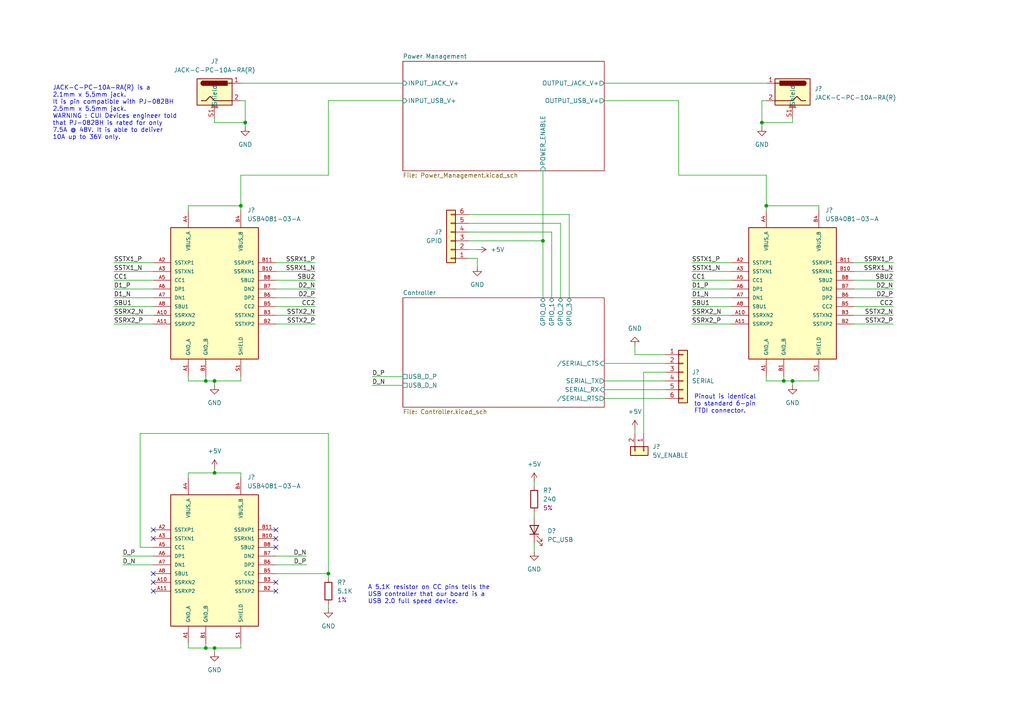
<source format=kicad_sch>
(kicad_sch (version 20230121) (generator eeschema)
  (paper "A4")
  (title_block (title "uCIme Lite main page") (date "2023-03-27") (company "(C) BayLibre"))
  (lib_symbols
    (symbol "Connector_Generic:Conn_01x02" (pin_names (offset 1.016) hide)
      (property "Reference" "J" (at 0 2.54 0))
      (property "Value" "Conn_01x02" (at 0 -5.08 0))
      (symbol "Conn_01x02_1_1"
        (rectangle (start -1.27 -2.413) (end 0 -2.667) (stroke (width 0.1524)))
        (rectangle (start -1.27 0.127) (end 0 -0.127) (stroke (width 0.1524)))
        (rectangle (start -1.27 1.27) (end 1.27 -3.81) (stroke (width 0.254)) (fill (type background)))
        (pin passive line (at -5.08 0 0) (length 3.81) (name "Pin_1") (number "1"))
        (pin passive line (at -5.08 -2.54 0) (length 3.81) (name "Pin_2") (number "2"))
      )
    )
    (symbol "Connector_Generic:Conn_01x06" (pin_names (offset 1.016) hide)
      (property "Reference" "J" (at 0 7.62 0))
      (property "Value" "Conn_01x06" (at 0 -10.16 0))
      (symbol "Conn_01x06_1_1"
        (rectangle (start -1.27 -7.493) (end 0 -7.747) (stroke (width 0.1524)))
        (rectangle (start -1.27 -4.953) (end 0 -5.207) (stroke (width 0.1524)))
        (rectangle (start -1.27 -2.413) (end 0 -2.667) (stroke (width 0.1524)))
        (rectangle (start -1.27 0.127) (end 0 -0.127) (stroke (width 0.1524)))
        (rectangle (start -1.27 2.667) (end 0 2.413) (stroke (width 0.1524)))
        (rectangle (start -1.27 5.207) (end 0 4.953) (stroke (width 0.1524)))
        (rectangle (start -1.27 6.35) (end 1.27 -8.89) (stroke (width 0.254)) (fill (type background)))
        (pin passive line (at -5.08 5.08 0) (length 3.81) (name "Pin_1") (number "1"))
        (pin passive line (at -5.08 2.54 0) (length 3.81) (name "Pin_2") (number "2"))
        (pin passive line (at -5.08 0 0) (length 3.81) (name "Pin_3") (number "3"))
        (pin passive line (at -5.08 -2.54 0) (length 3.81) (name "Pin_4") (number "4"))
        (pin passive line (at -5.08 -5.08 0) (length 3.81) (name "Pin_5") (number "5"))
        (pin passive line (at -5.08 -7.62 0) (length 3.81) (name "Pin_6") (number "6"))
      )
    )
    (symbol "Device:LED" (pin_numbers hide) (pin_names (offset 1.016) hide)
      (property "Reference" "D" (at 0 2.54 0))
      (property "Value" "LED" (at 0 -2.54 0))
      (symbol "LED_0_1"
        (polyline (pts (xy -1.27 -1.27) (xy -1.27 1.27)) (stroke (width 0.254)))
        (polyline (pts (xy -1.27 0) (xy 1.27 0)))
        (polyline (pts (xy 1.27 -1.27) (xy 1.27 1.27) (xy -1.27 0) (xy 1.27 -1.27)) (stroke (width 0.254)))
        (polyline (pts (xy -3.048 -0.762) (xy -4.572 -2.286) (xy -3.81 -2.286) (xy -4.572 -2.286) (xy -4.572 -1.524)))
        (polyline (pts (xy -1.778 -0.762) (xy -3.302 -2.286) (xy -2.54 -2.286) (xy -3.302 -2.286) (xy -3.302 -1.524)))
      )
      (symbol "LED_1_1"
        (pin passive line (at -3.81 0 0) (length 2.54) (name "K") (number "1"))
        (pin passive line (at 3.81 0 180) (length 2.54) (name "A") (number "2"))
      )
    )
    (symbol "Device:R" (pin_numbers hide) (pin_names (offset 0))
      (property "Reference" "R" (at 2.032 0 90))
      (property "Value" "R" (at 0 0 90))
      (symbol "R_0_1"
        (rectangle (start -1.016 -2.54) (end 1.016 2.54) (stroke (width 0.254)))
      )
      (symbol "R_1_1"
        (pin passive line (at 0 3.81 270) (length 1.27) (name "~") (number "1"))
        (pin passive line (at 0 -3.81 90) (length 1.27) (name "~") (number "2"))
      )
    )
    (symbol "PJ-082BH:JACK-C-PC-10A-RA(R)"
      (property "Reference" "J" (at 0 7.62 0))
      (property "Value" "JACK-C-PC-10A-RA(R)" (at 0 5.08 0))
      (symbol "JACK-C-PC-10A-RA(R)_0_1"
        (rectangle (start -5.08 3.81) (end 5.08 -3.81) (stroke (width 0.254)) (fill (type background)))
        (arc (start -3.302 3.175) (mid -3.9343 2.54) (end -3.302 1.905) (stroke (width 0.254)))
        (arc (start -3.302 3.175) (mid -3.9343 2.54) (end -3.302 1.905) (stroke (width 0.254)) (fill (type outline)))
        (polyline (pts (xy 5.08 2.54) (xy 3.81 2.54)) (stroke (width 0.254)))
        (polyline (pts (xy -3.81 -2.54) (xy -2.54 -2.54) (xy -1.27 -1.27) (xy 0 -2.54) (xy 2.54 -2.54) (xy 5.08 -2.54)) (stroke (width 0.254)))
        (rectangle (start 3.683 3.175) (end -3.302 1.905) (stroke (width 0.254)) (fill (type outline)))
      )
      (symbol "JACK-C-PC-10A-RA(R)_1_1"
        (polyline (pts (xy -1.016 -4.572) (xy 1.016 -4.572)) (stroke (width 0.1524)))
        (text "Shield" (at 0 -4.191 0) (effects (font (size 0.381 0.381))))
        (pin passive line (at 7.62 2.54 180) (length 2.54) (name "~") (number "1"))
        (pin passive line (at 7.62 -2.54 180) (length 2.54) (name "~") (number "2"))
        (pin passive line (at 0 -7.62 90) (length 3.048) (name "Shield") (number "S1"))
        (pin passive line (at 0 -7.62 90) (length 3.048) hide (name "Shield") (number "S2"))
        (pin passive line (at 0 -7.62 90) (length 3.048) hide (name "Shield") (number "S3"))
        (pin passive line (at 0 -7.62 90) (length 3.048) hide (name "Shield") (number "S4"))
      )
    )
    (symbol "USB4081:USB4081-03-A" (pin_names (offset 1.016))
      (property "Reference" "J" (at 15.24 20.32 0))
      (property "Value" "USB4081-03-A" (at 15.24 20.32 0))
      (symbol "USB4081-03-A_0_0"
        (rectangle (start -12.7 20.32) (end 12.7 -17.78) (stroke (width 0.254)) (fill (type background)))
        (pin power_in line (at -7.62 -22.86 90) (length 5.08) (name "GND_A") (number "A1"))
        (pin bidirectional line (at -17.78 -5.08 0) (length 5.08) (name "SSRXN2") (number "A10"))
        (pin bidirectional line (at -17.78 -7.62 0) (length 5.08) (name "SSRXP2") (number "A11"))
        (pin power_in line (at -7.62 -22.86 90) (length 5.08) hide (name "GND_A") (number "A12"))
        (pin bidirectional line (at -17.78 10.16 0) (length 5.08) (name "SSTXP1") (number "A2"))
        (pin bidirectional line (at -17.78 7.62 0) (length 5.08) (name "SSTXN1") (number "A3"))
        (pin power_in line (at -7.62 25.4 270) (length 5.08) (name "VBUS_A") (number "A4"))
        (pin bidirectional line (at -17.78 5.08 0) (length 5.08) (name "CC1") (number "A5"))
        (pin bidirectional line (at -17.78 2.54 0) (length 5.08) (name "DP1") (number "A6"))
        (pin bidirectional line (at -17.78 0 0) (length 5.08) (name "DN1") (number "A7"))
        (pin bidirectional line (at -17.78 -2.54 0) (length 5.08) (name "SBU1") (number "A8"))
        (pin power_in line (at -7.62 25.4 270) (length 5.08) hide (name "VBUS_A") (number "A9"))
        (pin power_in line (at -2.54 -22.86 90) (length 5.08) (name "GND_B") (number "B1"))
        (pin bidirectional line (at 17.78 7.62 180) (length 5.08) (name "SSRXN1") (number "B10"))
        (pin bidirectional line (at 17.78 10.16 180) (length 5.08) (name "SSRXP1") (number "B11"))
        (pin power_in line (at -2.54 -22.86 90) (length 5.08) hide (name "GND_B") (number "B12"))
        (pin bidirectional line (at 17.78 -7.62 180) (length 5.08) (name "SSTXP2") (number "B2"))
        (pin bidirectional line (at 17.78 -5.08 180) (length 5.08) (name "SSTXN2") (number "B3"))
        (pin power_in line (at 7.62 25.4 270) (length 5.08) (name "VBUS_B") (number "B4"))
        (pin bidirectional line (at 17.78 -2.54 180) (length 5.08) (name "CC2") (number "B5"))
        (pin bidirectional line (at 17.78 0 180) (length 5.08) (name "DP2") (number "B6"))
        (pin bidirectional line (at 17.78 2.54 180) (length 5.08) (name "DN2") (number "B7"))
        (pin bidirectional line (at 17.78 5.08 180) (length 5.08) (name "SBU2") (number "B8"))
        (pin power_in line (at 7.62 25.4 270) (length 5.08) hide (name "VBUS_B") (number "B9"))
        (pin passive line (at 7.62 -22.86 90) (length 5.08) (name "SHIELD") (number "S1"))
        (pin passive line (at 7.62 -22.86 90) (length 5.08) hide (name "SHIELD") (number "S2"))
        (pin passive line (at 7.62 -22.86 90) (length 5.08) hide (name "SHIELD") (number "S3"))
        (pin passive line (at 7.62 -22.86 90) (length 5.08) hide (name "SHIELD") (number "S4"))
        (pin passive line (at 7.62 -22.86 90) (length 5.08) hide (name "SHIELD") (number "S5"))
        (pin passive line (at 7.62 -22.86 90) (length 5.08) hide (name "SHIELD") (number "S6"))
      )
    )
    (symbol "power:+5V" (power) (pin_names (offset 0))
      (property "Value" "+5V" (at 0 3.556 0))
      (symbol "+5V_0_1"
        (polyline (pts (xy -0.762 1.27) (xy 0 2.54)))
        (polyline (pts (xy 0 0) (xy 0 2.54)))
        (polyline (pts (xy 0 2.54) (xy 0.762 1.27)))
      )
      (symbol "+5V_1_1"
        (pin power_in line (at 0 0 90) (length 0) hide (name "+5V") (number "1"))
      )
    )
    (symbol "power:GND" (power) (pin_names (offset 0))
      (property "Value" "GND" (at 0 -3.81 0))
      (symbol "GND_0_1"
        (polyline (pts (xy 0 0) (xy 0 -1.27) (xy 1.27 -1.27) (xy 0 -2.54) (xy -1.27 -1.27) (xy 0 -1.27)))
      )
      (symbol "GND_1_1"
        (pin power_in line (at 0 0 270) (length 0) hide (name "GND") (number "1"))
      )
    )
  )
  (junction (at 62.23 137.16))
  (junction (at 95.25 166.37))
  (junction (at 157.48 69.85))
  (junction (at 69.85 59.69))
  (junction (at 222.25 59.69))
  (junction (at 62.23 187.96))
  (junction (at 71.12 35.56))
  (junction (at 59.69 110.49))
  (junction (at 227.33 110.49))
  (junction (at 59.69 187.96))
  (junction (at 62.23 110.49))
  (junction (at 229.87 110.49))
  (junction (at 220.98 35.56))
  (no_connect (at 80.01 168.91))
  (no_connect (at 80.01 153.67))
  (no_connect (at 44.45 156.21))
  (no_connect (at 44.45 166.37))
  (no_connect (at 44.45 168.91))
  (no_connect (at 44.45 153.67))
  (no_connect (at 80.01 158.75))
  (no_connect (at 80.01 171.45))
  (no_connect (at 80.01 156.21))
  (no_connect (at 44.45 171.45))
  (wire (pts (xy 175.26 29.21) (xy 196.85 29.21)))
  (wire (pts (xy 175.26 105.41) (xy 193.04 105.41)))
  (wire (pts (xy 229.87 110.49) (xy 229.87 111.76)))
  (wire (pts (xy 229.87 110.49) (xy 237.49 110.49)))
  (wire (pts (xy 222.25 50.8) (xy 222.25 59.69)))
  (wire (pts (xy 247.65 78.74) (xy 259.08 78.74)))
  (wire (pts (xy 186.69 125.73) (xy 186.69 107.95)))
  (wire (pts (xy 220.98 29.21) (xy 222.25 29.21)))
  (wire (pts (xy 62.23 135.89) (xy 62.23 137.16)))
  (wire (pts (xy 184.15 100.33) (xy 184.15 102.87)))
  (wire (pts (xy 95.25 29.21) (xy 116.84 29.21)))
  (wire (pts (xy 80.01 88.9) (xy 91.44 88.9)))
  (wire (pts (xy 175.26 113.03) (xy 193.04 113.03)))
  (wire (pts (xy 135.89 62.23) (xy 165.1 62.23)))
  (wire (pts (xy 62.23 110.49) (xy 62.23 111.76)))
  (wire (pts (xy 135.89 64.77) (xy 162.56 64.77)))
  (wire (pts (xy 95.25 166.37) (xy 95.25 167.64)))
  (wire (pts (xy 35.56 161.29) (xy 44.45 161.29)))
  (wire (pts (xy 196.85 50.8) (xy 196.85 29.21)))
  (wire (pts (xy 69.85 24.13) (xy 116.84 24.13)))
  (wire (pts (xy 54.61 187.96) (xy 59.69 187.96)))
  (wire (pts (xy 157.48 49.53) (xy 157.48 69.85)))
  (wire (pts (xy 80.01 163.83) (xy 88.9 163.83)))
  (wire (pts (xy 62.23 187.96) (xy 62.23 189.23)))
  (wire (pts (xy 62.23 110.49) (xy 69.85 110.49)))
  (wire (pts (xy 62.23 35.56) (xy 71.12 35.56)))
  (wire (pts (xy 80.01 86.36) (xy 91.44 86.36)))
  (wire (pts (xy 95.25 166.37) (xy 80.01 166.37)))
  (wire (pts (xy 175.26 24.13) (xy 222.25 24.13)))
  (wire (pts (xy 80.01 81.28) (xy 91.44 81.28)))
  (wire (pts (xy 59.69 187.96) (xy 62.23 187.96)))
  (wire (pts (xy 247.65 83.82) (xy 259.08 83.82)))
  (wire (pts (xy 107.95 111.76) (xy 116.84 111.76)))
  (wire (pts (xy 135.89 72.39) (xy 138.43 72.39)))
  (wire (pts (xy 154.94 140.97) (xy 154.94 139.7)))
  (wire (pts (xy 33.02 93.98) (xy 44.45 93.98)))
  (wire (pts (xy 54.61 186.69) (xy 54.61 187.96)))
  (wire (pts (xy 33.02 76.2) (xy 44.45 76.2)))
  (wire (pts (xy 175.26 110.49) (xy 193.04 110.49)))
  (wire (pts (xy 222.25 110.49) (xy 227.33 110.49)))
  (wire (pts (xy 200.66 83.82) (xy 212.09 83.82)))
  (wire (pts (xy 33.02 88.9) (xy 44.45 88.9)))
  (wire (pts (xy 33.02 83.82) (xy 44.45 83.82)))
  (wire (pts (xy 54.61 110.49) (xy 59.69 110.49)))
  (wire (pts (xy 69.85 29.21) (xy 71.12 29.21)))
  (wire (pts (xy 69.85 59.69) (xy 69.85 60.96)))
  (wire (pts (xy 200.66 93.98) (xy 212.09 93.98)))
  (wire (pts (xy 196.85 50.8) (xy 222.25 50.8)))
  (wire (pts (xy 54.61 109.22) (xy 54.61 110.49)))
  (wire (pts (xy 71.12 29.21) (xy 71.12 35.56)))
  (wire (pts (xy 33.02 91.44) (xy 44.45 91.44)))
  (wire (pts (xy 154.94 157.48) (xy 154.94 160.02)))
  (wire (pts (xy 54.61 137.16) (xy 62.23 137.16)))
  (wire (pts (xy 222.25 59.69) (xy 237.49 59.69)))
  (wire (pts (xy 59.69 110.49) (xy 62.23 110.49)))
  (wire (pts (xy 135.89 69.85) (xy 157.48 69.85)))
  (wire (pts (xy 229.87 34.29) (xy 229.87 35.56)))
  (wire (pts (xy 80.01 83.82) (xy 91.44 83.82)))
  (wire (pts (xy 247.65 81.28) (xy 259.08 81.28)))
  (wire (pts (xy 157.48 69.85) (xy 157.48 86.36)))
  (wire (pts (xy 80.01 161.29) (xy 88.9 161.29)))
  (wire (pts (xy 220.98 35.56) (xy 229.87 35.56)))
  (wire (pts (xy 95.25 175.26) (xy 95.25 176.53)))
  (wire (pts (xy 40.64 158.75) (xy 40.64 125.73)))
  (wire (pts (xy 33.02 81.28) (xy 44.45 81.28)))
  (wire (pts (xy 44.45 158.75) (xy 40.64 158.75)))
  (wire (pts (xy 220.98 29.21) (xy 220.98 35.56)))
  (wire (pts (xy 200.66 91.44) (xy 212.09 91.44)))
  (wire (pts (xy 184.15 102.87) (xy 193.04 102.87)))
  (wire (pts (xy 80.01 91.44) (xy 91.44 91.44)))
  (wire (pts (xy 200.66 86.36) (xy 212.09 86.36)))
  (wire (pts (xy 69.85 50.8) (xy 95.25 50.8)))
  (wire (pts (xy 62.23 187.96) (xy 69.85 187.96)))
  (wire (pts (xy 71.12 35.56) (xy 71.12 36.83)))
  (wire (pts (xy 154.94 149.86) (xy 154.94 148.59)))
  (wire (pts (xy 62.23 137.16) (xy 69.85 137.16)))
  (wire (pts (xy 135.89 74.93) (xy 138.43 74.93)))
  (wire (pts (xy 247.65 86.36) (xy 259.08 86.36)))
  (wire (pts (xy 54.61 60.96) (xy 54.61 59.69)))
  (wire (pts (xy 80.01 78.74) (xy 91.44 78.74)))
  (wire (pts (xy 200.66 78.74) (xy 212.09 78.74)))
  (wire (pts (xy 227.33 110.49) (xy 229.87 110.49)))
  (wire (pts (xy 237.49 59.69) (xy 237.49 60.96)))
  (wire (pts (xy 33.02 78.74) (xy 44.45 78.74)))
  (wire (pts (xy 247.65 93.98) (xy 259.08 93.98)))
  (wire (pts (xy 59.69 110.49) (xy 59.69 109.22)))
  (wire (pts (xy 247.65 76.2) (xy 259.08 76.2)))
  (wire (pts (xy 69.85 137.16) (xy 69.85 138.43)))
  (wire (pts (xy 80.01 76.2) (xy 91.44 76.2)))
  (wire (pts (xy 54.61 138.43) (xy 54.61 137.16)))
  (wire (pts (xy 227.33 110.49) (xy 227.33 109.22)))
  (wire (pts (xy 107.95 109.22) (xy 116.84 109.22)))
  (wire (pts (xy 222.25 109.22) (xy 222.25 110.49)))
  (wire (pts (xy 69.85 50.8) (xy 69.85 59.69)))
  (wire (pts (xy 160.02 67.31) (xy 160.02 86.36)))
  (wire (pts (xy 69.85 187.96) (xy 69.85 186.69)))
  (wire (pts (xy 95.25 125.73) (xy 95.25 166.37)))
  (wire (pts (xy 200.66 88.9) (xy 212.09 88.9)))
  (wire (pts (xy 59.69 187.96) (xy 59.69 186.69)))
  (wire (pts (xy 184.15 124.46) (xy 184.15 125.73)))
  (wire (pts (xy 200.66 81.28) (xy 212.09 81.28)))
  (wire (pts (xy 165.1 62.23) (xy 165.1 86.36)))
  (wire (pts (xy 247.65 88.9) (xy 259.08 88.9)))
  (wire (pts (xy 175.26 115.57) (xy 193.04 115.57)))
  (wire (pts (xy 35.56 163.83) (xy 44.45 163.83)))
  (wire (pts (xy 220.98 35.56) (xy 220.98 36.83)))
  (wire (pts (xy 138.43 74.93) (xy 138.43 77.47)))
  (wire (pts (xy 33.02 86.36) (xy 44.45 86.36)))
  (wire (pts (xy 62.23 34.29) (xy 62.23 35.56)))
  (wire (pts (xy 69.85 110.49) (xy 69.85 109.22)))
  (wire (pts (xy 200.66 76.2) (xy 212.09 76.2)))
  (wire (pts (xy 247.65 91.44) (xy 259.08 91.44)))
  (wire (pts (xy 222.25 60.96) (xy 222.25 59.69)))
  (wire (pts (xy 135.89 67.31) (xy 160.02 67.31)))
  (wire (pts (xy 186.69 107.95) (xy 193.04 107.95)))
  (wire (pts (xy 237.49 110.49) (xy 237.49 109.22)))
  (wire (pts (xy 162.56 64.77) (xy 162.56 86.36)))
  (wire (pts (xy 40.64 125.73) (xy 95.25 125.73)))
  (wire (pts (xy 80.01 93.98) (xy 91.44 93.98)))
  (wire (pts (xy 95.25 50.8) (xy 95.25 29.21)))
  (wire (pts (xy 54.61 59.69) (xy 69.85 59.69)))
  (text "TODO\nempreinte bornier jack\nleds\nheader GPIOs + Vcc et GND, peut être monté droit ou coudé\nbouton reset FTDI" (at -101.6 95.25 0) (effects (font (size 1.27 1.27)) (justify left bottom)))
  (text "A 5.1K resistor on CC pins tells the\nUSB controller that our board is a\nUSB 2.0 full speed device." (at 106.68 175.26 0) (effects (font (size 1.27 1.27)) (justify left bottom)))
  (text "JACK-C-PC-10A-RA(R) is a\n2.1mm x 5.5mm jack.\nIt is pin compatible with PJ-082BH\n2.5mm x 5.5mm jack.\nWARNING : CUI Devices engineer told\nthat PJ-082BH is rated for only\n7.5A @ 48V. It is able to deliver\n10A up to 36V only." (at 15.24 40.64 0) (effects (font (size 1.27 1.27)) (justify left bottom)))
  (text "Pinout is identical\nto standard 6-pin\nFTDI connector." (at 201.295 120.015 0) (effects (font (size 1.27 1.27)) (justify left bottom)))
  (label "SSRX1_P" (at 259.08 76.2 180))
  (label "CC1" (at 200.66 81.28 0))
  (label "D2_N" (at 91.44 83.82 180))
  (label "D1_P" (at 33.02 83.82 0))
  (label "D2_P" (at 91.44 86.36 180))
  (label "SBU2" (at 91.44 81.28 180))
  (label "D2_N" (at 259.08 83.82 180))
  (label "SSRX2_P" (at 200.66 93.98 0))
  (label "D1_N" (at 33.02 86.36 0))
  (label "SSTX1_P" (at 200.66 76.2 0))
  (label "D_N" (at 107.95 111.76 0))
  (label "SBU1" (at 200.66 88.9 0))
  (label "SSTX2_N" (at 259.08 91.44 180))
  (label "CC2" (at 259.08 88.9 180))
  (label "SSRX1_P" (at 91.44 76.2 180))
  (label "SSRX1_N" (at 91.44 78.74 180))
  (label "D_P" (at 35.56 161.29 0))
  (label "D1_N" (at 200.66 86.36 0))
  (label "D_P" (at 88.9 163.83 180))
  (label "D_N" (at 35.56 163.83 0))
  (label "D2_P" (at 259.08 86.36 180))
  (label "D1_P" (at 200.66 83.82 0))
  (label "SSTX2_P" (at 259.08 93.98 180))
  (label "CC1" (at 33.02 81.28 0))
  (label "D_N" (at 88.9 161.29 180))
  (label "SBU2" (at 259.08 81.28 180))
  (label "SSTX1_P" (at 33.02 76.2 0))
  (label "SSTX1_N" (at 33.02 78.74 0))
  (label "SSRX2_N" (at 200.66 91.44 0))
  (label "CC2" (at 91.44 88.9 180))
  (label "D_P" (at 107.95 109.22 0))
  (label "SSTX2_P" (at 91.44 93.98 180))
  (label "SBU1" (at 33.02 88.9 0))
  (label "SSRX2_N" (at 33.02 91.44 0))
  (label "SSRX2_P" (at 33.02 93.98 0))
  (label "SSTX2_N" (at 91.44 91.44 180))
  (label "SSTX1_N" (at 200.66 78.74 0))
  (label "SSRX1_N" (at 259.08 78.74 180))
  (symbol (lib_id "Device:LED") (at 154.94 153.67 90) (unit 1)
    (property "Reference" "D?" (at 158.75 153.9874 90) (effects (justify right)))
    (property "Value" "PC_USB" (at 158.75 156.5274 90) (effects (justify right)))
  )
  (symbol (lib_id "PJ-082BH:JACK-C-PC-10A-RA(R)") (at 229.87 26.67 0) (mirror y) (unit 1)
    (property "Reference" "J?" (at 236.22 25.7555 0) (effects (justify right)))
    (property "Value" "JACK-C-PC-10A-RA(R)" (at 236.22 28.2955 0) (effects (justify right)))
    (property "Footprint" "PJ-082BH:JACK-C-PC-10A-RA(R)" (effects hide))
  )
  (symbol (lib_id "Device:R") (at 95.25 171.45 0) (unit 1)
    (property "Reference" "R?" (at 97.79 168.9099 0) (effects (justify left)))
    (property "Value" "5.1K" (at 97.79 171.4499 0) (effects (justify left)))
    (property "Footprint" "Resistor_SMD:R_0603_1608Metric" (effects hide))
    (property "Value2" "1%" (at 97.79 173.9899 0) (effects (justify left)))
  )
  (symbol (lib_id "power:+5V") (at 184.15 124.46 0) (unit 1)
    (property "Reference" "#PWR0104" (effects hide))
    (property "Value" "+5V" (at 184.15 119.38 0))
  )
  (symbol (lib_id "power:GND") (at 138.43 77.47 0) (unit 1)
    (property "Reference" "#PWR0106" (effects hide))
    (property "Value" "GND" (at 138.43 82.55 0))
  )
  (symbol (lib_id "power:GND") (at 184.15 100.33 180) (unit 1)
    (property "Reference" "#PWR0105" (effects hide))
    (property "Value" "GND" (at 184.15 95.25 0))
  )
  (symbol (lib_id "power:GND") (at 154.94 160.02 0) (unit 1)
    (property "Reference" "#PWR0108" (effects hide))
    (property "Value" "GND" (at 154.94 165.1 0))
  )
  (symbol (lib_id "power:GND") (at 62.23 189.23 0) (unit 1)
    (property "Reference" "#PWR0101" (effects hide))
    (property "Value" "GND" (at 62.23 194.31 0))
  )
  (symbol (lib_id "PJ-082BH:JACK-C-PC-10A-RA(R)") (at 62.23 26.67 0) (unit 1)
    (property "Reference" "J?" (at 62.23 17.78 0))
    (property "Value" "JACK-C-PC-10A-RA(R)" (at 62.23 20.32 0))
    (property "Footprint" "PJ-082BH:JACK-C-PC-10A-RA(R)" (effects hide))
  )
  (symbol (lib_id "USB4081:USB4081-03-A") (at 62.23 86.36 0) (unit 1)
    (property "Reference" "J?" (at 71.7297 60.96 0) (effects (justify left)))
    (property "Value" "USB4081-03-A" (at 71.7297 63.5 0) (effects (justify left)))
    (property "Footprint" "USB4081:USB4081-03-A" (effects hide))
    (property "PartNumber" "USB4081-03-A" (effects hide))
  )
  (symbol (lib_id "power:GND") (at 229.87 111.76 0) (unit 1)
    (property "Reference" "#PWR0103" (effects hide))
    (property "Value" "GND" (at 229.87 116.84 0))
  )
  (symbol (lib_id "Connector_Generic:Conn_01x02") (at 186.69 130.81 270) (unit 1)
    (property "Reference" "J?" (at 189.23 129.5399 90) (effects (justify left)))
    (property "Value" "5V_ENABLE" (at 189.23 132.0799 90) (effects (justify left)))
    (property "Footprint" "Connector_PinHeader_2.54mm:PinHeader_1x02_P2.54mm_Horizontal" (effects hide))
  )
  (symbol (lib_id "power:GND") (at 62.23 111.76 0) (unit 1)
    (property "Reference" "#PWR0112" (effects hide))
    (property "Value" "GND" (at 62.23 116.84 0))
  )
  (symbol (lib_id "Device:R") (at 154.94 144.78 180) (unit 1)
    (property "Reference" "R?" (at 157.48 142.2399 0) (effects (justify right)))
    (property "Value" "240" (at 157.48 144.7799 0) (effects (justify right)))
    (property "Footprint" "Resistor_SMD:R_1206_3216Metric" (effects hide))
    (property "Value1" "5%" (at 157.48 147.3199 0) (effects (justify right)))
  )
  (symbol (lib_id "power:+5V") (at 62.23 135.89 0) (unit 1)
    (property "Reference" "#PWR0113" (effects hide))
    (property "Value" "+5V" (at 62.23 130.81 0))
  )
  (symbol (lib_id "power:+5V") (at 138.43 72.39 270) (unit 1)
    (property "Reference" "#PWR0107" (effects hide))
    (property "Value" "+5V" (at 142.24 72.3899 90) (effects (justify left)))
  )
  (symbol (lib_id "USB4081:USB4081-03-A") (at 62.23 163.83 0) (unit 1)
    (property "Reference" "J?" (at 71.7297 138.43 0) (effects (justify left)))
    (property "Value" "USB4081-03-A" (at 71.7297 140.97 0) (effects (justify left)))
    (property "Footprint" "USB4081:USB4081-03-A" (effects hide))
    (property "PartNumber" "USB4081-03-A" (effects hide))
  )
  (symbol (lib_id "Connector_Generic:Conn_01x06") (at 198.12 107.95 0) (unit 1)
    (property "Reference" "J?" (at 200.66 107.9499 0) (effects (justify left)))
    (property "Value" "SERIAL" (at 200.66 110.4899 0) (effects (justify left)))
    (property "Footprint" "Connector_PinHeader_2.54mm:PinHeader_1x06_P2.54mm_Horizontal" (effects hide))
  )
  (symbol (lib_id "power:GND") (at 220.98 36.83 0) (unit 1)
    (property "Reference" "#PWR0110" (effects hide))
    (property "Value" "GND" (at 220.98 41.91 0))
  )
  (symbol (lib_id "Connector_Generic:Conn_01x06") (at 130.81 69.85 180) (unit 1)
    (property "Reference" "J?" (at 128.27 67.3099 0) (effects (justify left)))
    (property "Value" "GPIO" (at 128.27 69.8499 0) (effects (justify left)))
  )
  (symbol (lib_id "USB4081:USB4081-03-A") (at 229.87 86.36 0) (unit 1)
    (property "Reference" "J?" (at 239.3697 60.96 0) (effects (justify left)))
    (property "Value" "USB4081-03-A" (at 239.3697 63.5 0) (effects (justify left)))
    (property "Footprint" "USB4081:USB4081-03-A" (effects hide))
    (property "PartNumber" "USB4081-03-A" (effects hide))
  )
  (symbol (lib_id "power:GND") (at 95.25 176.53 0) (unit 1)
    (property "Reference" "#PWR0102" (effects hide))
    (property "Value" "GND" (at 95.25 181.61 0))
  )
  (symbol (lib_id "power:+5V") (at 154.94 139.7 0) (unit 1)
    (property "Reference" "#PWR0109" (effects hide))
    (property "Value" "+5V" (at 154.94 134.62 0))
  )
  (symbol (lib_id "power:GND") (at 71.12 36.83 0) (unit 1)
    (property "Reference" "#PWR0111" (effects hide))
    (property "Value" "GND" (at 71.12 41.91 0))
  )
  (sheet (at 116.84 86.36) (size 58.42 31.75) (stroke (width 0.1524))
    (property "Sheetname" "Controller" (at 116.84 85.6484 0) (effects (justify left bottom)))
    (property "Sheetfile" "Controller.kicad_sch" (at 116.84 118.6946 0) (effects (justify left top)))
    (pin "USB_D_P" passive (at 116.84 109.22 180))
    (pin "USB_D_N" passive (at 116.84 111.76 180))
    (pin "SERIAL_TX" output (at 175.26 110.49 0))
    (pin "SERIAL_RX" input (at 175.26 113.03 0))
    (pin "{slash}SERIAL_RTS" output (at 175.26 115.57 0))
    (pin "{slash}SERIAL_CTS" input (at 175.26 105.41 0))
    (pin "GPIO_0" bidirectional (at 157.48 86.36 90))
    (pin "GPIO_1" bidirectional (at 160.02 86.36 90))
    (pin "GPIO_2" bidirectional (at 162.56 86.36 90))
    (pin "GPIO_3" bidirectional (at 165.1 86.36 90))
  )
  (sheet (at 116.84 17.78) (size 58.42 31.75) (stroke (width 0.1524))
    (property "Sheetname" "Power Management" (at 116.84 17.0684 0) (effects (justify left bottom)))
    (property "Sheetfile" "Power_Management.kicad_sch" (at 116.84 50.1146 0) (effects (justify left top)))
    (pin "INPUT_JACK_V+" input (at 116.84 24.13 180))
    (pin "OUTPUT_JACK_V+" output (at 175.26 24.13 0))
    (pin "INPUT_USB_V+" input (at 116.84 29.21 180))
    (pin "OUTPUT_USB_V+" output (at 175.26 29.21 0))
    (pin "POWER_ENABLE" input (at 157.48 49.53 270))
  )
)
</source>
